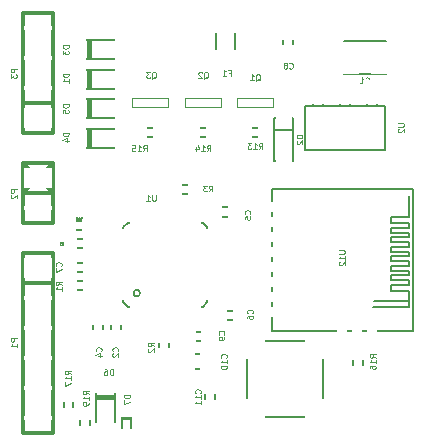
<source format=gbo>
G04 (created by PCBNEW (2013-mar-30)-stable) date Wed 05 Jun 2013 10:13:46 PM CEST*
%MOIN*%
G04 Gerber Fmt 3.4, Leading zero omitted, Abs format*
%FSLAX34Y34*%
G01*
G70*
G90*
G04 APERTURE LIST*
%ADD10C,0.006*%
%ADD11C,0.0047*%
%ADD12C,0.005*%
%ADD13C,0.00787402*%
%ADD14C,0.00590551*%
%ADD15C,0.012*%
%ADD16C,0.00393701*%
%ADD17C,0.0016*%
%ADD18R,0.043874X0.043874*%
%ADD19R,0.059074X0.078774*%
%ADD20R,0.157474X0.078774*%
%ADD21R,0.043274X0.047274*%
%ADD22R,0.047274X0.043274*%
%ADD23R,0.059074X0.019674*%
%ADD24R,0.019674X0.059074*%
%ADD25R,0.0944882X0.0354331*%
%ADD26R,0.0354331X0.0944882*%
%ADD27C,0.0866142*%
%ADD28R,0.0866142X0.0866142*%
%ADD29R,0.059074X0.066874*%
%ADD30R,0.094474X0.067874*%
%ADD31O,0.094474X0.067874*%
%ADD32R,0.0551181X0.0413386*%
%ADD33R,0.0866142X0.0511811*%
%ADD34R,0.047274X0.086574*%
%ADD35R,0.039374X0.031474*%
%ADD36R,0.084674X0.106274*%
%ADD37R,0.086574X0.047274*%
G04 APERTURE END LIST*
G54D10*
G54D11*
X21650Y-22150D02*
X22850Y-22150D01*
X22850Y-22150D02*
X22850Y-21850D01*
X22850Y-21850D02*
X21650Y-21850D01*
X21650Y-21850D02*
X21650Y-22150D01*
X23400Y-22150D02*
X24600Y-22150D01*
X24600Y-22150D02*
X24600Y-21850D01*
X24600Y-21850D02*
X23400Y-21850D01*
X23400Y-21850D02*
X23400Y-22150D01*
X25150Y-22150D02*
X26350Y-22150D01*
X26350Y-22150D02*
X26350Y-21850D01*
X26350Y-21850D02*
X25150Y-21850D01*
X25150Y-21850D02*
X25150Y-22150D01*
G54D12*
X28130Y-24269D02*
X29350Y-24269D01*
X29350Y-24269D02*
X29350Y-23564D01*
X28130Y-24269D02*
X28130Y-23564D01*
X29485Y-21399D02*
X29805Y-21399D01*
X29805Y-21399D02*
X29805Y-22104D01*
X29485Y-21399D02*
X29485Y-22104D01*
X28580Y-21399D02*
X28580Y-22104D01*
X28900Y-21399D02*
X28900Y-22104D01*
X28580Y-21399D02*
X28900Y-21399D01*
X27675Y-21399D02*
X27995Y-21399D01*
X27995Y-21399D02*
X27995Y-22104D01*
X27675Y-21399D02*
X27675Y-22104D01*
X30060Y-22104D02*
X27420Y-22104D01*
X27420Y-22104D02*
X27420Y-23564D01*
X27420Y-23564D02*
X30060Y-23564D01*
X30060Y-23564D02*
X30060Y-22104D01*
X23180Y-25060D02*
X23180Y-24740D01*
X23620Y-24750D02*
X23620Y-25060D01*
X23720Y-24740D02*
X23080Y-24740D01*
X23080Y-24740D02*
X23080Y-25060D01*
X23080Y-25060D02*
X23720Y-25060D01*
X23720Y-25060D02*
X23720Y-24740D01*
X22860Y-30320D02*
X22540Y-30320D01*
X22550Y-29880D02*
X22860Y-29880D01*
X22540Y-29780D02*
X22540Y-30420D01*
X22540Y-30420D02*
X22860Y-30420D01*
X22860Y-30420D02*
X22860Y-29780D01*
X22860Y-29780D02*
X22540Y-29780D01*
X19680Y-28260D02*
X19680Y-27940D01*
X20120Y-27950D02*
X20120Y-28260D01*
X20220Y-27940D02*
X19580Y-27940D01*
X19580Y-27940D02*
X19580Y-28260D01*
X19580Y-28260D02*
X20220Y-28260D01*
X20220Y-28260D02*
X20220Y-27940D01*
X25970Y-22840D02*
X25970Y-23160D01*
X25530Y-23150D02*
X25530Y-22840D01*
X25430Y-23160D02*
X26070Y-23160D01*
X26070Y-23160D02*
X26070Y-22840D01*
X26070Y-22840D02*
X25430Y-22840D01*
X25430Y-22840D02*
X25430Y-23160D01*
X24220Y-22840D02*
X24220Y-23160D01*
X23780Y-23150D02*
X23780Y-22840D01*
X23680Y-23160D02*
X24320Y-23160D01*
X24320Y-23160D02*
X24320Y-22840D01*
X24320Y-22840D02*
X23680Y-22840D01*
X23680Y-22840D02*
X23680Y-23160D01*
X22470Y-22840D02*
X22470Y-23160D01*
X22030Y-23150D02*
X22030Y-22840D01*
X21930Y-23160D02*
X22570Y-23160D01*
X22570Y-23160D02*
X22570Y-22840D01*
X22570Y-22840D02*
X21930Y-22840D01*
X21930Y-22840D02*
X21930Y-23160D01*
X21911Y-28350D02*
G75*
G03X21911Y-28350I-111J0D01*
G74*
G01*
X21500Y-26000D02*
X21350Y-26150D01*
X21350Y-26150D02*
X21350Y-28650D01*
X21350Y-28650D02*
X21500Y-28800D01*
X21500Y-28800D02*
X24000Y-28800D01*
X24000Y-28800D02*
X24150Y-28650D01*
X24150Y-28650D02*
X24150Y-26150D01*
X24150Y-26150D02*
X24000Y-26000D01*
X24000Y-26000D02*
X21500Y-26000D01*
X19680Y-27660D02*
X19680Y-27340D01*
X20120Y-27350D02*
X20120Y-27660D01*
X20220Y-27340D02*
X19580Y-27340D01*
X19580Y-27340D02*
X19580Y-27660D01*
X19580Y-27660D02*
X20220Y-27660D01*
X20220Y-27660D02*
X20220Y-27340D01*
X20940Y-29280D02*
X21260Y-29280D01*
X21250Y-29720D02*
X20940Y-29720D01*
X21260Y-29820D02*
X21260Y-29180D01*
X21260Y-29180D02*
X20940Y-29180D01*
X20940Y-29180D02*
X20940Y-29820D01*
X20940Y-29820D02*
X21260Y-29820D01*
X20120Y-26540D02*
X20120Y-26860D01*
X19680Y-26850D02*
X19680Y-26540D01*
X19580Y-26860D02*
X20220Y-26860D01*
X20220Y-26860D02*
X20220Y-26540D01*
X20220Y-26540D02*
X19580Y-26540D01*
X19580Y-26540D02*
X19580Y-26860D01*
X20340Y-29280D02*
X20660Y-29280D01*
X20650Y-29720D02*
X20340Y-29720D01*
X20660Y-29820D02*
X20660Y-29180D01*
X20660Y-29180D02*
X20340Y-29180D01*
X20340Y-29180D02*
X20340Y-29820D01*
X20340Y-29820D02*
X20660Y-29820D01*
X24530Y-25810D02*
X24530Y-25490D01*
X24970Y-25500D02*
X24970Y-25810D01*
X25070Y-25490D02*
X24430Y-25490D01*
X24430Y-25490D02*
X24430Y-25810D01*
X24430Y-25810D02*
X25070Y-25810D01*
X25070Y-25810D02*
X25070Y-25490D01*
X24680Y-29260D02*
X24680Y-28940D01*
X25120Y-28950D02*
X25120Y-29260D01*
X25220Y-28940D02*
X24580Y-28940D01*
X24580Y-28940D02*
X24580Y-29260D01*
X24580Y-29260D02*
X25220Y-29260D01*
X25220Y-29260D02*
X25220Y-28940D01*
X24078Y-29643D02*
X24078Y-29963D01*
X23638Y-29953D02*
X23638Y-29643D01*
X23538Y-29963D02*
X24178Y-29963D01*
X24178Y-29963D02*
X24178Y-29643D01*
X24178Y-29643D02*
X23538Y-29643D01*
X23538Y-29643D02*
X23538Y-29963D01*
X26690Y-19780D02*
X27010Y-19780D01*
X27000Y-20220D02*
X26690Y-20220D01*
X27010Y-20320D02*
X27010Y-19680D01*
X27010Y-19680D02*
X26690Y-19680D01*
X26690Y-19680D02*
X26690Y-20320D01*
X26690Y-20320D02*
X27010Y-20320D01*
G54D13*
X30866Y-28622D02*
X29724Y-28622D01*
X29685Y-28818D02*
X30866Y-28818D01*
X30866Y-28818D02*
X30866Y-28267D01*
X30866Y-28267D02*
X30275Y-28267D01*
X30275Y-28267D02*
X30275Y-28070D01*
X30275Y-28070D02*
X30866Y-28070D01*
X30866Y-28070D02*
X30866Y-27913D01*
X30866Y-27913D02*
X30275Y-27913D01*
X30275Y-27913D02*
X30275Y-27755D01*
X30275Y-27755D02*
X30866Y-27755D01*
X30866Y-27755D02*
X30866Y-27598D01*
X30866Y-27598D02*
X30275Y-27598D01*
X30275Y-27598D02*
X30275Y-27440D01*
X30275Y-27440D02*
X30866Y-27440D01*
X30866Y-27440D02*
X30866Y-27283D01*
X30866Y-27283D02*
X30275Y-27283D01*
X30275Y-27283D02*
X30275Y-27165D01*
X30275Y-27165D02*
X30275Y-27125D01*
X30275Y-27125D02*
X30866Y-27125D01*
X30866Y-27125D02*
X30866Y-26968D01*
X30866Y-26968D02*
X30275Y-26968D01*
X30275Y-26968D02*
X30275Y-26811D01*
X30275Y-26811D02*
X30866Y-26811D01*
X30866Y-26811D02*
X30866Y-26653D01*
X30866Y-26653D02*
X30275Y-26653D01*
X30275Y-26653D02*
X30275Y-26496D01*
X30275Y-26496D02*
X30866Y-26496D01*
X30866Y-26496D02*
X30866Y-26338D01*
X30866Y-26338D02*
X30275Y-26338D01*
X30275Y-26338D02*
X30275Y-26181D01*
X30275Y-26181D02*
X30866Y-26181D01*
X30866Y-26181D02*
X30866Y-26023D01*
X30866Y-26023D02*
X30275Y-26023D01*
X30275Y-26023D02*
X30275Y-25826D01*
X30275Y-25826D02*
X30866Y-25826D01*
X30866Y-25826D02*
X30866Y-25118D01*
X26299Y-29606D02*
X31023Y-29606D01*
X31023Y-29606D02*
X31023Y-24881D01*
X31023Y-24881D02*
X26299Y-24881D01*
X26299Y-24881D02*
X26299Y-29606D01*
G54D14*
X25472Y-32480D02*
X27992Y-32480D01*
X27992Y-32480D02*
X27992Y-29960D01*
X27992Y-29960D02*
X25472Y-29960D01*
X25472Y-29960D02*
X25472Y-32480D01*
G54D12*
X24068Y-30879D02*
X24068Y-30379D01*
X23568Y-30879D02*
X23568Y-30389D01*
X23418Y-30879D02*
X24218Y-30879D01*
X24218Y-30879D02*
X24218Y-30379D01*
X24218Y-30379D02*
X23418Y-30379D01*
X23418Y-30379D02*
X23418Y-30879D01*
X24091Y-31591D02*
X24411Y-31591D01*
X24401Y-32031D02*
X24091Y-32031D01*
X24411Y-32131D02*
X24411Y-31491D01*
X24411Y-31491D02*
X24091Y-31491D01*
X24091Y-31491D02*
X24091Y-32131D01*
X24091Y-32131D02*
X24411Y-32131D01*
X29013Y-30449D02*
X29333Y-30449D01*
X29323Y-30889D02*
X29013Y-30889D01*
X29333Y-30989D02*
X29333Y-30349D01*
X29333Y-30349D02*
X29013Y-30349D01*
X29013Y-30349D02*
X29013Y-30989D01*
X29013Y-30989D02*
X29333Y-30989D01*
X19687Y-32306D02*
X19367Y-32306D01*
X19377Y-31866D02*
X19687Y-31866D01*
X19367Y-31766D02*
X19367Y-32406D01*
X19367Y-32406D02*
X19687Y-32406D01*
X19687Y-32406D02*
X19687Y-31766D01*
X19687Y-31766D02*
X19367Y-31766D01*
X19661Y-26262D02*
X19661Y-25942D01*
X20101Y-25952D02*
X20101Y-26262D01*
X20201Y-25942D02*
X19561Y-25942D01*
X19561Y-25942D02*
X19561Y-26262D01*
X19561Y-26262D02*
X20201Y-26262D01*
X20201Y-26262D02*
X20201Y-25942D01*
G54D15*
X18000Y-25000D02*
X19000Y-25000D01*
X19000Y-25000D02*
X18000Y-24000D01*
X19000Y-24000D02*
X18000Y-25000D01*
X19000Y-26000D02*
X19000Y-24000D01*
X18000Y-24000D02*
X18000Y-26000D01*
X19000Y-24000D02*
X18000Y-24000D01*
X18000Y-26000D02*
X19000Y-26000D01*
X19000Y-22000D02*
X18000Y-22000D01*
X18000Y-19000D02*
X18000Y-23000D01*
X19000Y-23000D02*
X19000Y-19000D01*
X18000Y-23000D02*
X19000Y-23000D01*
X19000Y-19000D02*
X18000Y-19000D01*
X18000Y-28000D02*
X19000Y-28000D01*
X19000Y-27000D02*
X18000Y-27000D01*
X18000Y-27000D02*
X18000Y-33000D01*
X18000Y-33000D02*
X19000Y-33000D01*
X19000Y-33000D02*
X19000Y-27000D01*
G54D14*
X26377Y-22913D02*
X27007Y-22913D01*
X26377Y-22519D02*
X26377Y-23937D01*
X26377Y-23937D02*
X27007Y-23937D01*
X27007Y-23937D02*
X27007Y-22519D01*
X27007Y-22519D02*
X26377Y-22519D01*
X25078Y-20590D02*
X25078Y-19330D01*
X25078Y-19330D02*
X24448Y-19330D01*
X24448Y-19330D02*
X24448Y-20590D01*
X24448Y-20590D02*
X25078Y-20590D01*
G54D12*
X20175Y-19921D02*
X20175Y-20551D01*
X20225Y-20551D02*
X20225Y-19921D01*
X20275Y-19921D02*
X20275Y-20551D01*
X19860Y-19921D02*
X21320Y-19921D01*
X21320Y-19921D02*
X21320Y-20551D01*
X21320Y-20551D02*
X19860Y-20551D01*
X19860Y-20551D02*
X19860Y-19921D01*
X20175Y-22873D02*
X20175Y-23503D01*
X20225Y-23503D02*
X20225Y-22873D01*
X20275Y-22873D02*
X20275Y-23503D01*
X19860Y-22873D02*
X21320Y-22873D01*
X21320Y-22873D02*
X21320Y-23503D01*
X21320Y-23503D02*
X19860Y-23503D01*
X19860Y-23503D02*
X19860Y-22873D01*
X20175Y-21889D02*
X20175Y-22519D01*
X20225Y-22519D02*
X20225Y-21889D01*
X20275Y-21889D02*
X20275Y-22519D01*
X19860Y-21889D02*
X21320Y-21889D01*
X21320Y-21889D02*
X21320Y-22519D01*
X21320Y-22519D02*
X19860Y-22519D01*
X19860Y-22519D02*
X19860Y-21889D01*
X21299Y-32480D02*
X21613Y-32480D01*
X21613Y-32520D02*
X21299Y-32520D01*
X21613Y-32559D02*
X21299Y-32559D01*
X21613Y-32441D02*
X21613Y-32913D01*
X21613Y-32913D02*
X21299Y-32913D01*
X21299Y-32913D02*
X21299Y-32441D01*
X21299Y-32441D02*
X21613Y-32441D01*
X20238Y-32897D02*
X19918Y-32897D01*
X19928Y-32457D02*
X20238Y-32457D01*
X19918Y-32357D02*
X19918Y-32997D01*
X19918Y-32997D02*
X20238Y-32997D01*
X20238Y-32997D02*
X20238Y-32357D01*
X20238Y-32357D02*
X19918Y-32357D01*
X20175Y-20905D02*
X20175Y-21535D01*
X20225Y-21535D02*
X20225Y-20905D01*
X20275Y-20905D02*
X20275Y-21535D01*
X19860Y-20905D02*
X21320Y-20905D01*
X21320Y-20905D02*
X21320Y-21535D01*
X21320Y-21535D02*
X19860Y-21535D01*
X19860Y-21535D02*
X19860Y-20905D01*
X29875Y-21050D02*
X29875Y-19950D01*
X30100Y-21050D02*
X28700Y-21050D01*
X28700Y-21050D02*
X28700Y-19950D01*
X28700Y-19950D02*
X30100Y-19950D01*
X30100Y-19950D02*
X30100Y-21050D01*
X21082Y-31770D02*
X20452Y-31770D01*
X20452Y-31820D02*
X21082Y-31820D01*
X21082Y-31870D02*
X20452Y-31870D01*
X21082Y-31455D02*
X21082Y-32915D01*
X21082Y-32915D02*
X20452Y-32915D01*
X20452Y-32915D02*
X20452Y-31455D01*
X20452Y-31455D02*
X21082Y-31455D01*
G54D16*
X22302Y-21200D02*
X22320Y-21191D01*
X22339Y-21172D01*
X22367Y-21144D01*
X22386Y-21135D01*
X22405Y-21135D01*
X22395Y-21182D02*
X22414Y-21172D01*
X22433Y-21153D01*
X22442Y-21116D01*
X22442Y-21050D01*
X22433Y-21013D01*
X22414Y-20994D01*
X22395Y-20985D01*
X22358Y-20985D01*
X22339Y-20994D01*
X22320Y-21013D01*
X22311Y-21050D01*
X22311Y-21116D01*
X22320Y-21153D01*
X22339Y-21172D01*
X22358Y-21182D01*
X22395Y-21182D01*
X22245Y-20985D02*
X22124Y-20985D01*
X22189Y-21060D01*
X22161Y-21060D01*
X22142Y-21069D01*
X22133Y-21078D01*
X22124Y-21097D01*
X22124Y-21144D01*
X22133Y-21163D01*
X22142Y-21172D01*
X22161Y-21182D01*
X22217Y-21182D01*
X22236Y-21172D01*
X22245Y-21163D01*
X24034Y-21200D02*
X24053Y-21191D01*
X24071Y-21172D01*
X24100Y-21144D01*
X24118Y-21135D01*
X24137Y-21135D01*
X24128Y-21182D02*
X24146Y-21172D01*
X24165Y-21153D01*
X24175Y-21116D01*
X24175Y-21050D01*
X24165Y-21013D01*
X24146Y-20994D01*
X24128Y-20985D01*
X24090Y-20985D01*
X24071Y-20994D01*
X24053Y-21013D01*
X24043Y-21050D01*
X24043Y-21116D01*
X24053Y-21153D01*
X24071Y-21172D01*
X24090Y-21182D01*
X24128Y-21182D01*
X23968Y-21003D02*
X23959Y-20994D01*
X23940Y-20985D01*
X23893Y-20985D01*
X23875Y-20994D01*
X23865Y-21003D01*
X23856Y-21022D01*
X23856Y-21041D01*
X23865Y-21069D01*
X23978Y-21182D01*
X23856Y-21182D01*
X25766Y-21279D02*
X25785Y-21270D01*
X25804Y-21251D01*
X25832Y-21223D01*
X25851Y-21213D01*
X25869Y-21213D01*
X25860Y-21260D02*
X25879Y-21251D01*
X25898Y-21232D01*
X25907Y-21195D01*
X25907Y-21129D01*
X25898Y-21092D01*
X25879Y-21073D01*
X25860Y-21063D01*
X25823Y-21063D01*
X25804Y-21073D01*
X25785Y-21092D01*
X25776Y-21129D01*
X25776Y-21195D01*
X25785Y-21232D01*
X25804Y-21251D01*
X25823Y-21260D01*
X25860Y-21260D01*
X25588Y-21260D02*
X25701Y-21260D01*
X25644Y-21260D02*
X25644Y-21063D01*
X25663Y-21092D01*
X25682Y-21110D01*
X25701Y-21120D01*
X30512Y-22684D02*
X30672Y-22684D01*
X30690Y-22694D01*
X30700Y-22703D01*
X30709Y-22722D01*
X30709Y-22759D01*
X30700Y-22778D01*
X30690Y-22787D01*
X30672Y-22797D01*
X30512Y-22797D01*
X30531Y-22881D02*
X30522Y-22890D01*
X30512Y-22909D01*
X30512Y-22956D01*
X30522Y-22975D01*
X30531Y-22984D01*
X30550Y-22994D01*
X30568Y-22994D01*
X30597Y-22984D01*
X30709Y-22872D01*
X30709Y-22994D01*
X24206Y-24961D02*
X24271Y-24867D01*
X24318Y-24961D02*
X24318Y-24764D01*
X24243Y-24764D01*
X24224Y-24774D01*
X24215Y-24783D01*
X24206Y-24802D01*
X24206Y-24830D01*
X24215Y-24849D01*
X24224Y-24858D01*
X24243Y-24867D01*
X24318Y-24867D01*
X24140Y-24764D02*
X24018Y-24764D01*
X24084Y-24839D01*
X24056Y-24839D01*
X24037Y-24849D01*
X24027Y-24858D01*
X24018Y-24877D01*
X24018Y-24924D01*
X24027Y-24942D01*
X24037Y-24952D01*
X24056Y-24961D01*
X24112Y-24961D01*
X24131Y-24952D01*
X24140Y-24942D01*
X22363Y-30124D02*
X22269Y-30059D01*
X22363Y-30012D02*
X22166Y-30012D01*
X22166Y-30087D01*
X22175Y-30105D01*
X22185Y-30115D01*
X22203Y-30124D01*
X22231Y-30124D01*
X22250Y-30115D01*
X22260Y-30105D01*
X22269Y-30087D01*
X22269Y-30012D01*
X22185Y-30199D02*
X22175Y-30209D01*
X22166Y-30227D01*
X22166Y-30274D01*
X22175Y-30293D01*
X22185Y-30302D01*
X22203Y-30312D01*
X22222Y-30312D01*
X22250Y-30302D01*
X22363Y-30190D01*
X22363Y-30312D01*
X19292Y-28077D02*
X19198Y-28011D01*
X19292Y-27964D02*
X19095Y-27964D01*
X19095Y-28039D01*
X19104Y-28058D01*
X19114Y-28068D01*
X19132Y-28077D01*
X19161Y-28077D01*
X19179Y-28068D01*
X19189Y-28058D01*
X19198Y-28039D01*
X19198Y-27964D01*
X19292Y-28264D02*
X19292Y-28152D01*
X19292Y-28208D02*
X19095Y-28208D01*
X19123Y-28189D01*
X19142Y-28171D01*
X19151Y-28152D01*
X25874Y-23544D02*
X25940Y-23450D01*
X25987Y-23544D02*
X25987Y-23347D01*
X25912Y-23347D01*
X25893Y-23356D01*
X25883Y-23366D01*
X25874Y-23384D01*
X25874Y-23413D01*
X25883Y-23431D01*
X25893Y-23441D01*
X25912Y-23450D01*
X25987Y-23450D01*
X25687Y-23544D02*
X25799Y-23544D01*
X25743Y-23544D02*
X25743Y-23347D01*
X25762Y-23375D01*
X25780Y-23394D01*
X25799Y-23403D01*
X25621Y-23347D02*
X25499Y-23347D01*
X25565Y-23422D01*
X25537Y-23422D01*
X25518Y-23431D01*
X25508Y-23441D01*
X25499Y-23459D01*
X25499Y-23506D01*
X25508Y-23525D01*
X25518Y-23534D01*
X25537Y-23544D01*
X25593Y-23544D01*
X25612Y-23534D01*
X25621Y-23525D01*
X24142Y-23622D02*
X24207Y-23529D01*
X24254Y-23622D02*
X24254Y-23426D01*
X24179Y-23426D01*
X24161Y-23435D01*
X24151Y-23444D01*
X24142Y-23463D01*
X24142Y-23491D01*
X24151Y-23510D01*
X24161Y-23519D01*
X24179Y-23529D01*
X24254Y-23529D01*
X23954Y-23622D02*
X24067Y-23622D01*
X24011Y-23622D02*
X24011Y-23426D01*
X24029Y-23454D01*
X24048Y-23473D01*
X24067Y-23482D01*
X23786Y-23491D02*
X23786Y-23622D01*
X23832Y-23416D02*
X23879Y-23557D01*
X23757Y-23557D01*
X22016Y-23622D02*
X22081Y-23529D01*
X22128Y-23622D02*
X22128Y-23426D01*
X22053Y-23426D01*
X22035Y-23435D01*
X22025Y-23444D01*
X22016Y-23463D01*
X22016Y-23491D01*
X22025Y-23510D01*
X22035Y-23519D01*
X22053Y-23529D01*
X22128Y-23529D01*
X21828Y-23622D02*
X21941Y-23622D01*
X21885Y-23622D02*
X21885Y-23426D01*
X21903Y-23454D01*
X21922Y-23473D01*
X21941Y-23482D01*
X21650Y-23426D02*
X21744Y-23426D01*
X21753Y-23519D01*
X21744Y-23510D01*
X21725Y-23501D01*
X21678Y-23501D01*
X21660Y-23510D01*
X21650Y-23519D01*
X21641Y-23538D01*
X21641Y-23585D01*
X21650Y-23604D01*
X21660Y-23613D01*
X21678Y-23622D01*
X21725Y-23622D01*
X21744Y-23613D01*
X21753Y-23604D01*
X22433Y-25079D02*
X22433Y-25239D01*
X22424Y-25257D01*
X22414Y-25267D01*
X22395Y-25276D01*
X22358Y-25276D01*
X22339Y-25267D01*
X22330Y-25257D01*
X22320Y-25239D01*
X22320Y-25079D01*
X22124Y-25276D02*
X22236Y-25276D01*
X22180Y-25276D02*
X22180Y-25079D01*
X22199Y-25107D01*
X22217Y-25126D01*
X22236Y-25135D01*
X19273Y-27447D02*
X19282Y-27438D01*
X19292Y-27410D01*
X19292Y-27391D01*
X19282Y-27363D01*
X19264Y-27344D01*
X19245Y-27335D01*
X19207Y-27325D01*
X19179Y-27325D01*
X19142Y-27335D01*
X19123Y-27344D01*
X19104Y-27363D01*
X19095Y-27391D01*
X19095Y-27410D01*
X19104Y-27438D01*
X19114Y-27447D01*
X19095Y-27513D02*
X19095Y-27644D01*
X19292Y-27559D01*
X21163Y-30282D02*
X21172Y-30272D01*
X21182Y-30244D01*
X21182Y-30225D01*
X21172Y-30197D01*
X21153Y-30179D01*
X21135Y-30169D01*
X21097Y-30160D01*
X21069Y-30160D01*
X21032Y-30169D01*
X21013Y-30179D01*
X20994Y-30197D01*
X20985Y-30225D01*
X20985Y-30244D01*
X20994Y-30272D01*
X21003Y-30282D01*
X21003Y-30357D02*
X20994Y-30366D01*
X20985Y-30385D01*
X20985Y-30432D01*
X20994Y-30450D01*
X21003Y-30460D01*
X21022Y-30469D01*
X21041Y-30469D01*
X21069Y-30460D01*
X21182Y-30347D01*
X21182Y-30469D01*
G54D17*
X19324Y-26686D02*
X19328Y-26683D01*
X19331Y-26671D01*
X19331Y-26664D01*
X19328Y-26652D01*
X19320Y-26645D01*
X19313Y-26641D01*
X19298Y-26637D01*
X19286Y-26637D01*
X19271Y-26641D01*
X19264Y-26645D01*
X19256Y-26652D01*
X19252Y-26664D01*
X19252Y-26671D01*
X19256Y-26683D01*
X19260Y-26686D01*
X19252Y-26713D02*
X19252Y-26762D01*
X19283Y-26735D01*
X19283Y-26747D01*
X19286Y-26754D01*
X19290Y-26758D01*
X19298Y-26762D01*
X19316Y-26762D01*
X19324Y-26758D01*
X19328Y-26754D01*
X19331Y-26747D01*
X19331Y-26724D01*
X19328Y-26716D01*
X19324Y-26713D01*
G54D16*
X20612Y-30282D02*
X20621Y-30272D01*
X20630Y-30244D01*
X20630Y-30225D01*
X20621Y-30197D01*
X20602Y-30179D01*
X20583Y-30169D01*
X20546Y-30160D01*
X20518Y-30160D01*
X20480Y-30169D01*
X20462Y-30179D01*
X20443Y-30197D01*
X20434Y-30225D01*
X20434Y-30244D01*
X20443Y-30272D01*
X20452Y-30282D01*
X20499Y-30450D02*
X20630Y-30450D01*
X20424Y-30404D02*
X20565Y-30357D01*
X20565Y-30479D01*
X25572Y-25715D02*
X25582Y-25705D01*
X25591Y-25677D01*
X25591Y-25658D01*
X25582Y-25630D01*
X25563Y-25612D01*
X25544Y-25602D01*
X25507Y-25593D01*
X25479Y-25593D01*
X25441Y-25602D01*
X25422Y-25612D01*
X25404Y-25630D01*
X25394Y-25658D01*
X25394Y-25677D01*
X25404Y-25705D01*
X25413Y-25715D01*
X25394Y-25893D02*
X25394Y-25799D01*
X25488Y-25790D01*
X25479Y-25799D01*
X25469Y-25818D01*
X25469Y-25865D01*
X25479Y-25883D01*
X25488Y-25893D01*
X25507Y-25902D01*
X25553Y-25902D01*
X25572Y-25893D01*
X25582Y-25883D01*
X25591Y-25865D01*
X25591Y-25818D01*
X25582Y-25799D01*
X25572Y-25790D01*
X25651Y-29022D02*
X25660Y-29012D01*
X25670Y-28984D01*
X25670Y-28966D01*
X25660Y-28937D01*
X25642Y-28919D01*
X25623Y-28909D01*
X25585Y-28900D01*
X25557Y-28900D01*
X25520Y-28909D01*
X25501Y-28919D01*
X25482Y-28937D01*
X25473Y-28966D01*
X25473Y-28984D01*
X25482Y-29012D01*
X25492Y-29022D01*
X25473Y-29191D02*
X25473Y-29153D01*
X25482Y-29134D01*
X25492Y-29125D01*
X25520Y-29106D01*
X25557Y-29097D01*
X25632Y-29097D01*
X25651Y-29106D01*
X25660Y-29116D01*
X25670Y-29134D01*
X25670Y-29172D01*
X25660Y-29191D01*
X25651Y-29200D01*
X25632Y-29209D01*
X25585Y-29209D01*
X25567Y-29200D01*
X25557Y-29191D01*
X25548Y-29172D01*
X25548Y-29134D01*
X25557Y-29116D01*
X25567Y-29106D01*
X25585Y-29097D01*
X24706Y-29730D02*
X24715Y-29721D01*
X24725Y-29693D01*
X24725Y-29674D01*
X24715Y-29646D01*
X24697Y-29627D01*
X24678Y-29618D01*
X24640Y-29609D01*
X24612Y-29609D01*
X24575Y-29618D01*
X24556Y-29627D01*
X24537Y-29646D01*
X24528Y-29674D01*
X24528Y-29693D01*
X24537Y-29721D01*
X24547Y-29730D01*
X24725Y-29824D02*
X24725Y-29862D01*
X24715Y-29880D01*
X24706Y-29890D01*
X24678Y-29909D01*
X24640Y-29918D01*
X24565Y-29918D01*
X24547Y-29909D01*
X24537Y-29899D01*
X24528Y-29880D01*
X24528Y-29843D01*
X24537Y-29824D01*
X24547Y-29815D01*
X24565Y-29805D01*
X24612Y-29805D01*
X24631Y-29815D01*
X24640Y-29824D01*
X24650Y-29843D01*
X24650Y-29880D01*
X24640Y-29899D01*
X24631Y-29909D01*
X24612Y-29918D01*
X26883Y-20848D02*
X26892Y-20857D01*
X26920Y-20867D01*
X26939Y-20867D01*
X26967Y-20857D01*
X26986Y-20838D01*
X26995Y-20820D01*
X27005Y-20782D01*
X27005Y-20754D01*
X26995Y-20717D01*
X26986Y-20698D01*
X26967Y-20679D01*
X26939Y-20670D01*
X26920Y-20670D01*
X26892Y-20679D01*
X26883Y-20688D01*
X26770Y-20754D02*
X26789Y-20745D01*
X26798Y-20735D01*
X26808Y-20717D01*
X26808Y-20707D01*
X26798Y-20688D01*
X26789Y-20679D01*
X26770Y-20670D01*
X26733Y-20670D01*
X26714Y-20679D01*
X26705Y-20688D01*
X26695Y-20707D01*
X26695Y-20717D01*
X26705Y-20735D01*
X26714Y-20745D01*
X26733Y-20754D01*
X26770Y-20754D01*
X26789Y-20763D01*
X26798Y-20773D01*
X26808Y-20792D01*
X26808Y-20829D01*
X26798Y-20848D01*
X26789Y-20857D01*
X26770Y-20867D01*
X26733Y-20867D01*
X26714Y-20857D01*
X26705Y-20848D01*
X26695Y-20829D01*
X26695Y-20792D01*
X26705Y-20773D01*
X26714Y-20763D01*
X26733Y-20754D01*
X28544Y-26921D02*
X28703Y-26921D01*
X28722Y-26931D01*
X28731Y-26940D01*
X28741Y-26959D01*
X28741Y-26996D01*
X28731Y-27015D01*
X28722Y-27024D01*
X28703Y-27034D01*
X28544Y-27034D01*
X28741Y-27230D02*
X28741Y-27118D01*
X28741Y-27174D02*
X28544Y-27174D01*
X28572Y-27155D01*
X28591Y-27137D01*
X28600Y-27118D01*
X28562Y-27305D02*
X28553Y-27315D01*
X28544Y-27334D01*
X28544Y-27380D01*
X28553Y-27399D01*
X28562Y-27409D01*
X28581Y-27418D01*
X28600Y-27418D01*
X28628Y-27409D01*
X28741Y-27296D01*
X28741Y-27418D01*
X24785Y-30503D02*
X24794Y-30494D01*
X24804Y-30465D01*
X24804Y-30447D01*
X24794Y-30419D01*
X24775Y-30400D01*
X24757Y-30390D01*
X24719Y-30381D01*
X24691Y-30381D01*
X24654Y-30390D01*
X24635Y-30400D01*
X24616Y-30419D01*
X24607Y-30447D01*
X24607Y-30465D01*
X24616Y-30494D01*
X24625Y-30503D01*
X24804Y-30690D02*
X24804Y-30578D01*
X24804Y-30634D02*
X24607Y-30634D01*
X24635Y-30615D01*
X24654Y-30597D01*
X24663Y-30578D01*
X24607Y-30812D02*
X24607Y-30831D01*
X24616Y-30850D01*
X24625Y-30859D01*
X24644Y-30868D01*
X24682Y-30878D01*
X24729Y-30878D01*
X24766Y-30868D01*
X24785Y-30859D01*
X24794Y-30850D01*
X24804Y-30831D01*
X24804Y-30812D01*
X24794Y-30793D01*
X24785Y-30784D01*
X24766Y-30775D01*
X24729Y-30765D01*
X24682Y-30765D01*
X24644Y-30775D01*
X24625Y-30784D01*
X24616Y-30793D01*
X24607Y-30812D01*
X23919Y-31684D02*
X23928Y-31675D01*
X23937Y-31646D01*
X23937Y-31628D01*
X23928Y-31600D01*
X23909Y-31581D01*
X23891Y-31571D01*
X23853Y-31562D01*
X23825Y-31562D01*
X23787Y-31571D01*
X23769Y-31581D01*
X23750Y-31600D01*
X23741Y-31628D01*
X23741Y-31646D01*
X23750Y-31675D01*
X23759Y-31684D01*
X23937Y-31871D02*
X23937Y-31759D01*
X23937Y-31815D02*
X23741Y-31815D01*
X23769Y-31796D01*
X23787Y-31778D01*
X23797Y-31759D01*
X23937Y-32059D02*
X23937Y-31946D01*
X23937Y-32003D02*
X23741Y-32003D01*
X23769Y-31984D01*
X23787Y-31965D01*
X23797Y-31946D01*
X29764Y-30503D02*
X29670Y-30437D01*
X29764Y-30390D02*
X29567Y-30390D01*
X29567Y-30465D01*
X29577Y-30484D01*
X29586Y-30494D01*
X29605Y-30503D01*
X29633Y-30503D01*
X29652Y-30494D01*
X29661Y-30484D01*
X29670Y-30465D01*
X29670Y-30390D01*
X29764Y-30690D02*
X29764Y-30578D01*
X29764Y-30634D02*
X29567Y-30634D01*
X29595Y-30615D01*
X29614Y-30597D01*
X29624Y-30578D01*
X29567Y-30859D02*
X29567Y-30822D01*
X29577Y-30803D01*
X29586Y-30793D01*
X29614Y-30775D01*
X29652Y-30765D01*
X29727Y-30765D01*
X29745Y-30775D01*
X29755Y-30784D01*
X29764Y-30803D01*
X29764Y-30840D01*
X29755Y-30859D01*
X29745Y-30868D01*
X29727Y-30878D01*
X29680Y-30878D01*
X29661Y-30868D01*
X29652Y-30859D01*
X29642Y-30840D01*
X29642Y-30803D01*
X29652Y-30784D01*
X29661Y-30775D01*
X29680Y-30765D01*
X19607Y-31054D02*
X19513Y-30988D01*
X19607Y-30942D02*
X19410Y-30942D01*
X19410Y-31017D01*
X19419Y-31035D01*
X19429Y-31045D01*
X19447Y-31054D01*
X19476Y-31054D01*
X19494Y-31045D01*
X19504Y-31035D01*
X19513Y-31017D01*
X19513Y-30942D01*
X19607Y-31242D02*
X19607Y-31129D01*
X19607Y-31185D02*
X19410Y-31185D01*
X19438Y-31167D01*
X19457Y-31148D01*
X19466Y-31129D01*
X19410Y-31307D02*
X19410Y-31438D01*
X19607Y-31354D01*
G54D17*
X19932Y-25894D02*
X19959Y-25856D01*
X19977Y-25894D02*
X19977Y-25815D01*
X19947Y-25815D01*
X19940Y-25819D01*
X19936Y-25822D01*
X19932Y-25830D01*
X19932Y-25841D01*
X19936Y-25849D01*
X19940Y-25852D01*
X19947Y-25856D01*
X19977Y-25856D01*
X19857Y-25894D02*
X19902Y-25894D01*
X19880Y-25894D02*
X19880Y-25815D01*
X19887Y-25826D01*
X19895Y-25834D01*
X19902Y-25837D01*
X19812Y-25849D02*
X19819Y-25845D01*
X19823Y-25841D01*
X19827Y-25834D01*
X19827Y-25830D01*
X19823Y-25822D01*
X19819Y-25819D01*
X19812Y-25815D01*
X19797Y-25815D01*
X19789Y-25819D01*
X19785Y-25822D01*
X19782Y-25830D01*
X19782Y-25834D01*
X19785Y-25841D01*
X19789Y-25845D01*
X19797Y-25849D01*
X19812Y-25849D01*
X19819Y-25852D01*
X19823Y-25856D01*
X19827Y-25864D01*
X19827Y-25879D01*
X19823Y-25886D01*
X19819Y-25890D01*
X19812Y-25894D01*
X19797Y-25894D01*
X19789Y-25890D01*
X19785Y-25886D01*
X19782Y-25879D01*
X19782Y-25864D01*
X19785Y-25856D01*
X19789Y-25852D01*
X19797Y-25849D01*
G54D16*
X17796Y-24894D02*
X17599Y-24894D01*
X17599Y-24969D01*
X17608Y-24987D01*
X17618Y-24997D01*
X17636Y-25006D01*
X17664Y-25006D01*
X17683Y-24997D01*
X17693Y-24987D01*
X17702Y-24969D01*
X17702Y-24894D01*
X17618Y-25081D02*
X17608Y-25090D01*
X17599Y-25109D01*
X17599Y-25156D01*
X17608Y-25175D01*
X17618Y-25184D01*
X17636Y-25194D01*
X17655Y-25194D01*
X17683Y-25184D01*
X17796Y-25072D01*
X17796Y-25194D01*
X17796Y-20878D02*
X17599Y-20878D01*
X17599Y-20953D01*
X17608Y-20972D01*
X17618Y-20981D01*
X17636Y-20990D01*
X17664Y-20990D01*
X17683Y-20981D01*
X17693Y-20972D01*
X17702Y-20953D01*
X17702Y-20878D01*
X17599Y-21056D02*
X17599Y-21178D01*
X17674Y-21112D01*
X17674Y-21140D01*
X17683Y-21159D01*
X17693Y-21168D01*
X17711Y-21178D01*
X17758Y-21178D01*
X17777Y-21168D01*
X17786Y-21159D01*
X17796Y-21140D01*
X17796Y-21084D01*
X17786Y-21065D01*
X17777Y-21056D01*
X17796Y-29854D02*
X17599Y-29854D01*
X17599Y-29929D01*
X17608Y-29948D01*
X17618Y-29957D01*
X17636Y-29967D01*
X17664Y-29967D01*
X17683Y-29957D01*
X17693Y-29948D01*
X17702Y-29929D01*
X17702Y-29854D01*
X17796Y-30154D02*
X17796Y-30042D01*
X17796Y-30098D02*
X17599Y-30098D01*
X17627Y-30079D01*
X17646Y-30060D01*
X17655Y-30042D01*
X27323Y-23083D02*
X27126Y-23083D01*
X27126Y-23129D01*
X27136Y-23158D01*
X27155Y-23176D01*
X27173Y-23186D01*
X27211Y-23195D01*
X27239Y-23195D01*
X27276Y-23186D01*
X27295Y-23176D01*
X27314Y-23158D01*
X27323Y-23129D01*
X27323Y-23083D01*
X27145Y-23270D02*
X27136Y-23279D01*
X27126Y-23298D01*
X27126Y-23345D01*
X27136Y-23364D01*
X27145Y-23373D01*
X27164Y-23383D01*
X27183Y-23383D01*
X27211Y-23373D01*
X27323Y-23261D01*
X27323Y-23383D01*
X24868Y-21000D02*
X24934Y-21000D01*
X24934Y-21103D02*
X24934Y-20906D01*
X24840Y-20906D01*
X24662Y-21103D02*
X24775Y-21103D01*
X24718Y-21103D02*
X24718Y-20906D01*
X24737Y-20934D01*
X24756Y-20953D01*
X24775Y-20962D01*
X19528Y-20090D02*
X19331Y-20090D01*
X19331Y-20137D01*
X19341Y-20165D01*
X19359Y-20184D01*
X19378Y-20194D01*
X19416Y-20203D01*
X19444Y-20203D01*
X19481Y-20194D01*
X19500Y-20184D01*
X19519Y-20165D01*
X19528Y-20137D01*
X19528Y-20090D01*
X19331Y-20269D02*
X19331Y-20390D01*
X19406Y-20325D01*
X19406Y-20353D01*
X19416Y-20372D01*
X19425Y-20381D01*
X19444Y-20390D01*
X19491Y-20390D01*
X19509Y-20381D01*
X19519Y-20372D01*
X19528Y-20353D01*
X19528Y-20297D01*
X19519Y-20278D01*
X19509Y-20269D01*
X19528Y-23004D02*
X19331Y-23004D01*
X19331Y-23051D01*
X19341Y-23079D01*
X19359Y-23098D01*
X19378Y-23107D01*
X19416Y-23116D01*
X19444Y-23116D01*
X19481Y-23107D01*
X19500Y-23098D01*
X19519Y-23079D01*
X19528Y-23051D01*
X19528Y-23004D01*
X19397Y-23285D02*
X19528Y-23285D01*
X19322Y-23238D02*
X19462Y-23191D01*
X19462Y-23313D01*
X19528Y-22059D02*
X19331Y-22059D01*
X19331Y-22106D01*
X19341Y-22134D01*
X19359Y-22153D01*
X19378Y-22162D01*
X19416Y-22171D01*
X19444Y-22171D01*
X19481Y-22162D01*
X19500Y-22153D01*
X19519Y-22134D01*
X19528Y-22106D01*
X19528Y-22059D01*
X19331Y-22350D02*
X19331Y-22256D01*
X19425Y-22246D01*
X19416Y-22256D01*
X19406Y-22275D01*
X19406Y-22321D01*
X19416Y-22340D01*
X19425Y-22350D01*
X19444Y-22359D01*
X19491Y-22359D01*
X19509Y-22350D01*
X19519Y-22340D01*
X19528Y-22321D01*
X19528Y-22275D01*
X19519Y-22256D01*
X19509Y-22246D01*
X21575Y-31744D02*
X21378Y-31744D01*
X21378Y-31791D01*
X21388Y-31819D01*
X21407Y-31838D01*
X21425Y-31847D01*
X21463Y-31856D01*
X21491Y-31856D01*
X21528Y-31847D01*
X21547Y-31838D01*
X21566Y-31819D01*
X21575Y-31791D01*
X21575Y-31744D01*
X21378Y-31922D02*
X21378Y-32053D01*
X21575Y-31969D01*
X20197Y-31723D02*
X20104Y-31658D01*
X20197Y-31611D02*
X20000Y-31611D01*
X20000Y-31686D01*
X20010Y-31705D01*
X20019Y-31714D01*
X20038Y-31723D01*
X20066Y-31723D01*
X20085Y-31714D01*
X20094Y-31705D01*
X20104Y-31686D01*
X20104Y-31611D01*
X20197Y-31911D02*
X20197Y-31798D01*
X20197Y-31855D02*
X20000Y-31855D01*
X20029Y-31836D01*
X20047Y-31817D01*
X20057Y-31798D01*
X20197Y-32005D02*
X20197Y-32042D01*
X20188Y-32061D01*
X20179Y-32070D01*
X20150Y-32089D01*
X20113Y-32098D01*
X20038Y-32098D01*
X20019Y-32089D01*
X20010Y-32080D01*
X20000Y-32061D01*
X20000Y-32023D01*
X20010Y-32005D01*
X20019Y-31995D01*
X20038Y-31986D01*
X20085Y-31986D01*
X20104Y-31995D01*
X20113Y-32005D01*
X20122Y-32023D01*
X20122Y-32061D01*
X20113Y-32080D01*
X20104Y-32089D01*
X20085Y-32098D01*
X19528Y-21035D02*
X19331Y-21035D01*
X19331Y-21082D01*
X19341Y-21110D01*
X19359Y-21129D01*
X19378Y-21138D01*
X19416Y-21148D01*
X19444Y-21148D01*
X19481Y-21138D01*
X19500Y-21129D01*
X19519Y-21110D01*
X19528Y-21082D01*
X19528Y-21035D01*
X19528Y-21335D02*
X19528Y-21223D01*
X19528Y-21279D02*
X19331Y-21279D01*
X19359Y-21260D01*
X19378Y-21242D01*
X19387Y-21223D01*
G54D11*
X29432Y-21335D02*
X29442Y-21345D01*
X29470Y-21354D01*
X29489Y-21354D01*
X29517Y-21345D01*
X29536Y-21326D01*
X29545Y-21307D01*
X29554Y-21270D01*
X29554Y-21242D01*
X29545Y-21204D01*
X29536Y-21185D01*
X29517Y-21167D01*
X29489Y-21157D01*
X29470Y-21157D01*
X29442Y-21167D01*
X29432Y-21176D01*
X29245Y-21354D02*
X29357Y-21354D01*
X29301Y-21354D02*
X29301Y-21157D01*
X29320Y-21185D01*
X29339Y-21204D01*
X29357Y-21214D01*
G54D16*
X21011Y-31083D02*
X21011Y-30886D01*
X20964Y-30886D01*
X20936Y-30896D01*
X20917Y-30914D01*
X20908Y-30933D01*
X20898Y-30971D01*
X20898Y-30999D01*
X20908Y-31036D01*
X20917Y-31055D01*
X20936Y-31074D01*
X20964Y-31083D01*
X21011Y-31083D01*
X20730Y-30886D02*
X20767Y-30886D01*
X20786Y-30896D01*
X20795Y-30905D01*
X20814Y-30933D01*
X20823Y-30971D01*
X20823Y-31046D01*
X20814Y-31064D01*
X20805Y-31074D01*
X20786Y-31083D01*
X20748Y-31083D01*
X20730Y-31074D01*
X20720Y-31064D01*
X20711Y-31046D01*
X20711Y-30999D01*
X20720Y-30980D01*
X20730Y-30971D01*
X20748Y-30961D01*
X20786Y-30961D01*
X20805Y-30971D01*
X20814Y-30980D01*
X20823Y-30999D01*
%LPC*%
G54D18*
X21900Y-22400D03*
X22600Y-22400D03*
X22250Y-21600D03*
X23650Y-22400D03*
X24350Y-22400D03*
X24000Y-21600D03*
X25400Y-22400D03*
X26100Y-22400D03*
X25750Y-21600D03*
G54D19*
X27834Y-21653D03*
X28740Y-21653D03*
X29646Y-21653D03*
G54D20*
X28740Y-24015D03*
G54D21*
X23104Y-24900D03*
X23696Y-24900D03*
G54D22*
X22700Y-30396D03*
X22700Y-29804D03*
G54D21*
X19604Y-28100D03*
X20196Y-28100D03*
X26046Y-23000D03*
X25454Y-23000D03*
X24296Y-23000D03*
X23704Y-23000D03*
X22546Y-23000D03*
X21954Y-23000D03*
G54D23*
X21136Y-27892D03*
X21136Y-27695D03*
X21136Y-27498D03*
X21136Y-27302D03*
X21136Y-27105D03*
X21136Y-28483D03*
X21136Y-28286D03*
X21136Y-28089D03*
G54D24*
X21667Y-25786D03*
X21864Y-25786D03*
X22061Y-25786D03*
X22258Y-25786D03*
X22455Y-25786D03*
X22652Y-25786D03*
X22848Y-25786D03*
X23045Y-25786D03*
G54D23*
X24364Y-26317D03*
X24364Y-26514D03*
X24364Y-26711D03*
X24364Y-26908D03*
X24364Y-27105D03*
X24364Y-27302D03*
X24364Y-27498D03*
X24364Y-27695D03*
G54D24*
X23833Y-29014D03*
X23636Y-29014D03*
X23439Y-29014D03*
X23242Y-29014D03*
X23045Y-29014D03*
X22848Y-29014D03*
X22652Y-29014D03*
X22455Y-29014D03*
G54D23*
X21136Y-26908D03*
X21136Y-26711D03*
X21136Y-26514D03*
X21136Y-26317D03*
G54D24*
X23242Y-25786D03*
X23439Y-25786D03*
X23636Y-25786D03*
X23833Y-25786D03*
G54D23*
X24364Y-27892D03*
X24364Y-28089D03*
X24364Y-28286D03*
X24364Y-28483D03*
G54D24*
X22258Y-29014D03*
X22061Y-29014D03*
X21864Y-29014D03*
X21667Y-29014D03*
G54D21*
X19604Y-27500D03*
X20196Y-27500D03*
G54D22*
X21100Y-29204D03*
X21100Y-29796D03*
G54D21*
X20196Y-26700D03*
X19604Y-26700D03*
G54D22*
X20500Y-29204D03*
X20500Y-29796D03*
G54D21*
X24454Y-25650D03*
X25046Y-25650D03*
X24604Y-29100D03*
X25196Y-29100D03*
X24154Y-29803D03*
X23562Y-29803D03*
G54D22*
X26850Y-19704D03*
X26850Y-20296D03*
G54D25*
X26314Y-28976D03*
X26314Y-28476D03*
X26314Y-27976D03*
X26314Y-27476D03*
X26314Y-26976D03*
X26314Y-26476D03*
X26314Y-25976D03*
X26314Y-25476D03*
G54D26*
X29657Y-29606D03*
X29157Y-29606D03*
X28657Y-29606D03*
G54D27*
X26732Y-31220D03*
G54D28*
X25629Y-32322D03*
X27834Y-32322D03*
X27834Y-30118D03*
X25629Y-30118D03*
G54D29*
X24193Y-30629D03*
X23443Y-30629D03*
G54D22*
X24251Y-31515D03*
X24251Y-32107D03*
X29173Y-30373D03*
X29173Y-30965D03*
X19527Y-32382D03*
X19527Y-31790D03*
G54D21*
X19585Y-26102D03*
X20177Y-26102D03*
G54D30*
X18500Y-24500D03*
G54D31*
X18500Y-25500D03*
G54D30*
X18500Y-22500D03*
G54D31*
X18500Y-21500D03*
X18500Y-20500D03*
X18500Y-19500D03*
G54D30*
X18500Y-27500D03*
G54D31*
X18500Y-28500D03*
X18500Y-29500D03*
X18500Y-30500D03*
X18500Y-31500D03*
X18500Y-32500D03*
G54D32*
X26692Y-22627D03*
X26692Y-23828D03*
G54D33*
X24763Y-20472D03*
X24763Y-19448D03*
G54D34*
X21318Y-20236D03*
X19862Y-20236D03*
X21318Y-23188D03*
X19862Y-23188D03*
X21318Y-22204D03*
X19862Y-22204D03*
G54D35*
X21456Y-32342D03*
X21456Y-33012D03*
G54D22*
X20078Y-32973D03*
X20078Y-32381D03*
G54D34*
X21318Y-21220D03*
X19862Y-21220D03*
G54D36*
X30000Y-20500D03*
X28800Y-20500D03*
G54D37*
X20767Y-32913D03*
X20767Y-31457D03*
M02*

</source>
